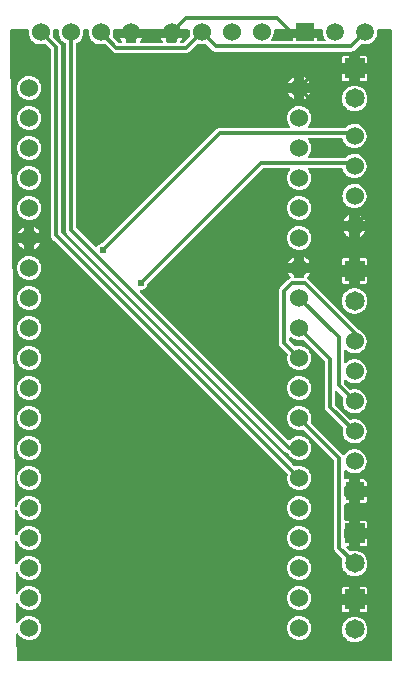
<source format=gbl>
G04 Layer: BottomLayer*
G04 EasyEDA v6.5.22, 2023-01-05 13:27:54*
G04 3fff428916324e5da58f8526390e409d,db865e68f4bc4fd99aa1dd1697a786d6,10*
G04 Gerber Generator version 0.2*
G04 Scale: 100 percent, Rotated: No, Reflected: No *
G04 Dimensions in millimeters *
G04 leading zeros omitted , absolute positions ,4 integer and 5 decimal *
%FSLAX45Y45*%
%MOMM*%

%ADD10C,0.3500*%
%ADD11C,1.5240*%
%ADD12R,1.5000X1.5000*%
%ADD13C,1.5000*%
%ADD14R,1.6510X1.6510*%
%ADD15C,1.6510*%
%ADD16R,1.5240X1.5240*%
%ADD17C,0.6100*%
%ADD18C,0.0144*%

%LPD*%
G36*
X2808782Y6528511D02*
G01*
X2804464Y6529476D01*
X2800959Y6532219D01*
X2798978Y6536181D01*
X2798826Y6540652D01*
X2800604Y6544716D01*
X2803855Y6549085D01*
X2810408Y6561023D01*
X2815285Y6573774D01*
X2818485Y6587032D01*
X2819806Y6600596D01*
X2819349Y6614210D01*
X2818790Y6617563D01*
X2819044Y6621932D01*
X2821076Y6625793D01*
X2824530Y6628434D01*
X2828848Y6629400D01*
X3230321Y6629400D01*
X3234537Y6628485D01*
X3237992Y6625945D01*
X3240074Y6622186D01*
X3240379Y6617868D01*
X3239465Y6610756D01*
X3239465Y6597243D01*
X3241243Y6583883D01*
X3244799Y6570929D01*
X3250082Y6558483D01*
X3256940Y6546900D01*
X3258464Y6544970D01*
X3260394Y6540906D01*
X3260394Y6536385D01*
X3258413Y6532321D01*
X3254857Y6529527D01*
X3250488Y6528511D01*
X3197148Y6528511D01*
X3193288Y6529273D01*
X3189986Y6531508D01*
X3187801Y6534759D01*
X3186988Y6538671D01*
X3186988Y6560159D01*
X3129940Y6560159D01*
X3129940Y6538671D01*
X3129178Y6534759D01*
X3126994Y6531508D01*
X3123692Y6529273D01*
X3119780Y6528511D01*
X3052419Y6528511D01*
X3048508Y6529273D01*
X3045206Y6531508D01*
X3043021Y6534759D01*
X3042259Y6538671D01*
X3042259Y6560159D01*
X2985211Y6560159D01*
X2985211Y6538671D01*
X2984398Y6534759D01*
X2982214Y6531508D01*
X2978912Y6529273D01*
X2975051Y6528511D01*
G37*

%LPD*%
G36*
X1510842Y6517640D02*
G01*
X1506982Y6518402D01*
X1503680Y6520637D01*
X1459179Y6565138D01*
X1457096Y6568135D01*
X1456232Y6571691D01*
X1456639Y6575298D01*
X1458214Y6580327D01*
X1460449Y6593789D01*
X1460906Y6607403D01*
X1459839Y6618224D01*
X1460296Y6622389D01*
X1462430Y6626047D01*
X1465834Y6628536D01*
X1469948Y6629400D01*
X2098751Y6629400D01*
X2103069Y6628434D01*
X2106523Y6625793D01*
X2108555Y6621932D01*
X2108809Y6617563D01*
X2108250Y6614210D01*
X2107793Y6600596D01*
X2109114Y6587032D01*
X2112111Y6574536D01*
X2112314Y6571132D01*
X2111400Y6567830D01*
X2109419Y6564985D01*
X2065020Y6520637D01*
X2061718Y6518402D01*
X2057857Y6517640D01*
X2037943Y6517640D01*
X2034082Y6518402D01*
X2030780Y6520586D01*
X2028596Y6523837D01*
X2027783Y6527698D01*
X2028494Y6531559D01*
X2030628Y6534861D01*
X2033778Y6538112D01*
X2041855Y6549085D01*
X2047595Y6559550D01*
X2000250Y6559550D01*
X2000250Y6527800D01*
X1999488Y6523888D01*
X1997252Y6520637D01*
X1994001Y6518402D01*
X1990089Y6517640D01*
X1921510Y6517640D01*
X1917598Y6518402D01*
X1914347Y6520637D01*
X1912112Y6523888D01*
X1911350Y6527800D01*
X1911350Y6559550D01*
X1864004Y6559550D01*
X1869744Y6549085D01*
X1877822Y6538112D01*
X1880971Y6534861D01*
X1883105Y6531559D01*
X1883816Y6527698D01*
X1883003Y6523837D01*
X1880819Y6520586D01*
X1877517Y6518402D01*
X1873656Y6517640D01*
X1695145Y6517640D01*
X1691386Y6518351D01*
X1688185Y6520434D01*
X1685950Y6523532D01*
X1685036Y6527241D01*
X1685543Y6531000D01*
X1687423Y6534353D01*
X1695094Y6543446D01*
X1702409Y6554927D01*
X1704543Y6559550D01*
X1657350Y6559550D01*
X1657350Y6527800D01*
X1656588Y6523888D01*
X1654352Y6520637D01*
X1651101Y6518402D01*
X1647189Y6517640D01*
X1578610Y6517640D01*
X1574698Y6518402D01*
X1571447Y6520637D01*
X1569212Y6523888D01*
X1568450Y6527800D01*
X1568450Y6559550D01*
X1521256Y6559550D01*
X1523390Y6554927D01*
X1530705Y6543446D01*
X1538376Y6534353D01*
X1540256Y6531000D01*
X1540764Y6527241D01*
X1539849Y6523532D01*
X1537614Y6520434D01*
X1534414Y6518351D01*
X1530654Y6517640D01*
G37*

%LPD*%
G36*
X653542Y1283208D02*
G01*
X649681Y1283970D01*
X646379Y1286154D01*
X644144Y1289405D01*
X643382Y1293266D01*
X640994Y1507896D01*
X641908Y1512214D01*
X644499Y1515719D01*
X648411Y1517802D01*
X652780Y1518056D01*
X656894Y1516430D01*
X659892Y1513179D01*
X665124Y1504340D01*
X673608Y1493621D01*
X683412Y1484122D01*
X694385Y1476044D01*
X706323Y1469491D01*
X719074Y1464614D01*
X732332Y1461414D01*
X745896Y1460093D01*
X759510Y1460550D01*
X772972Y1462786D01*
X785977Y1466850D01*
X798372Y1472590D01*
X809853Y1479905D01*
X820267Y1488694D01*
X829411Y1498854D01*
X837133Y1510080D01*
X843280Y1522222D01*
X847750Y1535125D01*
X850493Y1548485D01*
X851408Y1562100D01*
X850493Y1575714D01*
X847750Y1589074D01*
X843280Y1601978D01*
X837133Y1614119D01*
X829411Y1625346D01*
X820267Y1635506D01*
X809853Y1644294D01*
X798372Y1651609D01*
X785977Y1657350D01*
X772972Y1661414D01*
X759510Y1663649D01*
X745896Y1664106D01*
X732332Y1662785D01*
X719074Y1659585D01*
X706323Y1654708D01*
X694385Y1648155D01*
X683412Y1640078D01*
X673608Y1630578D01*
X665124Y1619859D01*
X658723Y1608988D01*
X655726Y1605838D01*
X651713Y1604162D01*
X647344Y1604365D01*
X643483Y1606397D01*
X640791Y1609852D01*
X639826Y1614068D01*
X638098Y1767332D01*
X638810Y1771243D01*
X640994Y1774545D01*
X644296Y1776780D01*
X648157Y1777593D01*
X652068Y1776882D01*
X655370Y1774698D01*
X665124Y1758340D01*
X673608Y1747621D01*
X683412Y1738122D01*
X694385Y1730044D01*
X706323Y1723491D01*
X719074Y1718614D01*
X732332Y1715414D01*
X745896Y1714093D01*
X759510Y1714550D01*
X772972Y1716786D01*
X785977Y1720850D01*
X798372Y1726590D01*
X809853Y1733905D01*
X820267Y1742693D01*
X829411Y1752854D01*
X837133Y1764080D01*
X843280Y1776222D01*
X847750Y1789125D01*
X850493Y1802485D01*
X851408Y1816100D01*
X850493Y1829714D01*
X847750Y1843074D01*
X843280Y1855978D01*
X837133Y1868119D01*
X829411Y1879346D01*
X820267Y1889506D01*
X809853Y1898294D01*
X798372Y1905609D01*
X785977Y1911350D01*
X772972Y1915414D01*
X759510Y1917649D01*
X745896Y1918106D01*
X732332Y1916785D01*
X719074Y1913585D01*
X706323Y1908708D01*
X694385Y1902155D01*
X683412Y1894078D01*
X673608Y1884578D01*
X665124Y1873859D01*
X658164Y1862124D01*
X656590Y1858314D01*
X654354Y1855063D01*
X651052Y1852879D01*
X647192Y1852117D01*
X643331Y1852879D01*
X640080Y1855063D01*
X637844Y1858314D01*
X637032Y1862175D01*
X635203Y2028139D01*
X635965Y2032050D01*
X638098Y2035352D01*
X641400Y2037588D01*
X645261Y2038400D01*
X649173Y2037689D01*
X652475Y2035505D01*
X654710Y2032203D01*
X658164Y2024075D01*
X665124Y2012340D01*
X673608Y2001621D01*
X683412Y1992122D01*
X694385Y1984044D01*
X706323Y1977491D01*
X719074Y1972614D01*
X732332Y1969414D01*
X745896Y1968093D01*
X759510Y1968550D01*
X772972Y1970786D01*
X785977Y1974850D01*
X798372Y1980590D01*
X809853Y1987905D01*
X820267Y1996693D01*
X829411Y2006854D01*
X837133Y2018080D01*
X843280Y2030222D01*
X847750Y2043125D01*
X850493Y2056485D01*
X851408Y2070100D01*
X850493Y2083714D01*
X847750Y2097074D01*
X843280Y2109978D01*
X837133Y2122119D01*
X829411Y2133346D01*
X820267Y2143506D01*
X809853Y2152294D01*
X798372Y2159609D01*
X785977Y2165350D01*
X772972Y2169414D01*
X759510Y2171649D01*
X745896Y2172106D01*
X732332Y2170785D01*
X719074Y2167585D01*
X706323Y2162708D01*
X694385Y2156155D01*
X683412Y2148078D01*
X673608Y2138578D01*
X665124Y2127859D01*
X658164Y2116124D01*
X653796Y2105863D01*
X651611Y2102612D01*
X648309Y2100427D01*
X644448Y2099665D01*
X640588Y2100427D01*
X637336Y2102612D01*
X635101Y2105863D01*
X634288Y2109673D01*
X632307Y2290013D01*
X633120Y2294077D01*
X635508Y2297480D01*
X639013Y2299665D01*
X643128Y2300224D01*
X647141Y2299106D01*
X650392Y2296515D01*
X652272Y2292807D01*
X652881Y2290622D01*
X658164Y2278075D01*
X665124Y2266340D01*
X673608Y2255621D01*
X683412Y2246122D01*
X694385Y2238044D01*
X706323Y2231491D01*
X719074Y2226614D01*
X732332Y2223414D01*
X745896Y2222093D01*
X759510Y2222550D01*
X772972Y2224786D01*
X785977Y2228850D01*
X798372Y2234590D01*
X809853Y2241905D01*
X820267Y2250694D01*
X829411Y2260854D01*
X837133Y2272080D01*
X843280Y2284222D01*
X847750Y2297125D01*
X850493Y2310485D01*
X851408Y2324100D01*
X850493Y2337714D01*
X847750Y2351074D01*
X843280Y2363978D01*
X837133Y2376119D01*
X829411Y2387346D01*
X820267Y2397506D01*
X809853Y2406294D01*
X798372Y2413609D01*
X785977Y2419350D01*
X772972Y2423414D01*
X759510Y2425649D01*
X745896Y2426106D01*
X732332Y2424785D01*
X719074Y2421585D01*
X706323Y2416708D01*
X694385Y2410155D01*
X683412Y2402078D01*
X673608Y2392578D01*
X665124Y2381859D01*
X658164Y2370124D01*
X652881Y2357577D01*
X651560Y2352751D01*
X649681Y2349093D01*
X646480Y2346452D01*
X642518Y2345334D01*
X638403Y2345842D01*
X634898Y2347976D01*
X632460Y2351328D01*
X631596Y2355342D01*
X629361Y2554681D01*
X630174Y2558796D01*
X632561Y2562199D01*
X636117Y2564384D01*
X640232Y2564942D01*
X644194Y2563825D01*
X647446Y2561183D01*
X649325Y2557526D01*
X652881Y2544622D01*
X658164Y2532075D01*
X665124Y2520340D01*
X673608Y2509621D01*
X683412Y2500122D01*
X694385Y2492044D01*
X706323Y2485491D01*
X719074Y2480614D01*
X732332Y2477414D01*
X745896Y2476093D01*
X759510Y2476550D01*
X772972Y2478786D01*
X785977Y2482850D01*
X798372Y2488590D01*
X809853Y2495905D01*
X820267Y2504694D01*
X829411Y2514854D01*
X837133Y2526080D01*
X843280Y2538222D01*
X847750Y2551125D01*
X850493Y2564485D01*
X851408Y2578100D01*
X850493Y2591714D01*
X847750Y2605074D01*
X843280Y2617978D01*
X837133Y2630119D01*
X829411Y2641346D01*
X820267Y2651506D01*
X809853Y2660294D01*
X798372Y2667609D01*
X785977Y2673350D01*
X772972Y2677414D01*
X759510Y2679649D01*
X745896Y2680106D01*
X732332Y2678785D01*
X719074Y2675585D01*
X706323Y2670708D01*
X694385Y2664155D01*
X683412Y2656078D01*
X673608Y2646578D01*
X665124Y2635859D01*
X658164Y2624124D01*
X652881Y2611577D01*
X649274Y2598420D01*
X647649Y2593289D01*
X644601Y2590241D01*
X640588Y2588666D01*
X636270Y2588920D01*
X632460Y2590952D01*
X629869Y2594406D01*
X628904Y2598623D01*
X584301Y6619138D01*
X585063Y6623050D01*
X587248Y6626402D01*
X590550Y6628638D01*
X594461Y6629400D01*
X739851Y6629400D01*
X743966Y6628536D01*
X747369Y6626047D01*
X749503Y6622389D01*
X749960Y6618224D01*
X748893Y6607403D01*
X749350Y6593789D01*
X751586Y6580327D01*
X755650Y6567322D01*
X761390Y6554927D01*
X768705Y6543446D01*
X777494Y6533032D01*
X787654Y6523888D01*
X798880Y6516166D01*
X811022Y6510020D01*
X823925Y6505549D01*
X837285Y6502806D01*
X850900Y6501892D01*
X864514Y6502806D01*
X883056Y6506616D01*
X886764Y6505752D01*
X889863Y6503619D01*
X931316Y6462217D01*
X933500Y6458915D01*
X934313Y6455003D01*
X934313Y4888026D01*
X935482Y4879797D01*
X938021Y4872177D01*
X941933Y4865217D01*
X947318Y4858664D01*
X2935020Y2870962D01*
X2937052Y2868066D01*
X2937967Y2864662D01*
X2937662Y2861106D01*
X2935274Y2852420D01*
X2933446Y2838907D01*
X2933446Y2825292D01*
X2935274Y2811780D01*
X2938881Y2798622D01*
X2944164Y2786075D01*
X2951124Y2774340D01*
X2959608Y2763621D01*
X2969412Y2754122D01*
X2980385Y2746044D01*
X2992323Y2739491D01*
X3005074Y2734614D01*
X3018332Y2731414D01*
X3031896Y2730093D01*
X3045510Y2730550D01*
X3058972Y2732786D01*
X3071977Y2736850D01*
X3084372Y2742590D01*
X3095853Y2749905D01*
X3106267Y2758694D01*
X3115411Y2768854D01*
X3123133Y2780080D01*
X3129280Y2792222D01*
X3133750Y2805125D01*
X3136493Y2818485D01*
X3137408Y2832100D01*
X3136493Y2845714D01*
X3133750Y2859074D01*
X3129280Y2871978D01*
X3123133Y2884119D01*
X3115411Y2895346D01*
X3106267Y2905506D01*
X3095853Y2914294D01*
X3084372Y2921609D01*
X3071977Y2927350D01*
X3058972Y2931414D01*
X3045510Y2933649D01*
X3031896Y2934106D01*
X3018332Y2932785D01*
X3005836Y2929788D01*
X3002432Y2929585D01*
X2999130Y2930499D01*
X2996285Y2932480D01*
X1024077Y4904689D01*
X1021892Y4907991D01*
X1021130Y4911902D01*
X1021080Y6478879D01*
X1019911Y6487109D01*
X1017371Y6494729D01*
X1013460Y6501688D01*
X1008075Y6508242D01*
X951179Y6565138D01*
X949096Y6568135D01*
X948232Y6571691D01*
X948639Y6575298D01*
X950214Y6580327D01*
X952449Y6593789D01*
X952906Y6607403D01*
X951839Y6618224D01*
X952296Y6622389D01*
X954430Y6626047D01*
X957834Y6628536D01*
X961948Y6629400D01*
X993851Y6629400D01*
X997966Y6628536D01*
X1001369Y6626047D01*
X1003503Y6622389D01*
X1003960Y6618224D01*
X1002893Y6607403D01*
X1003350Y6593789D01*
X1005586Y6580327D01*
X1009650Y6567322D01*
X1015390Y6554927D01*
X1022705Y6543446D01*
X1031494Y6533032D01*
X1041653Y6523888D01*
X1052880Y6516166D01*
X1055928Y6514642D01*
X1058875Y6512356D01*
X1060805Y6509207D01*
X1061516Y6505549D01*
X1061516Y4928209D01*
X1062685Y4919929D01*
X1065225Y4912360D01*
X1069136Y4905349D01*
X1074521Y4898847D01*
X2919171Y3054248D01*
X2925826Y3049219D01*
X2933090Y3045612D01*
X2938881Y3043834D01*
X2942183Y3042107D01*
X2944622Y3039313D01*
X2951124Y3028340D01*
X2959608Y3017621D01*
X2969412Y3008122D01*
X2980385Y3000044D01*
X2992323Y2993491D01*
X3005074Y2988614D01*
X3018332Y2985414D01*
X3031896Y2984093D01*
X3045510Y2984550D01*
X3058972Y2986786D01*
X3071977Y2990850D01*
X3084372Y2996590D01*
X3095853Y3003905D01*
X3106267Y3012694D01*
X3115411Y3022854D01*
X3123133Y3034080D01*
X3129280Y3046222D01*
X3133750Y3059125D01*
X3136493Y3072485D01*
X3137408Y3086100D01*
X3136493Y3099714D01*
X3133750Y3113074D01*
X3129280Y3125978D01*
X3123133Y3138119D01*
X3115411Y3149346D01*
X3106267Y3159506D01*
X3095853Y3168294D01*
X3084372Y3175609D01*
X3071977Y3181350D01*
X3058972Y3185414D01*
X3045510Y3187649D01*
X3031896Y3188106D01*
X3018332Y3186785D01*
X3005074Y3183585D01*
X2992323Y3178708D01*
X2980385Y3172155D01*
X2969412Y3164078D01*
X2955442Y3150768D01*
X2951327Y3149650D01*
X2947111Y3150260D01*
X2943555Y3152597D01*
X1688693Y4407458D01*
X1686560Y4410608D01*
X1685747Y4414316D01*
X1686356Y4418126D01*
X1688287Y4421378D01*
X1691335Y4423714D01*
X1694992Y4424730D01*
X1704797Y4425594D01*
X1714296Y4428134D01*
X1723186Y4432300D01*
X1731213Y4437938D01*
X1738172Y4444898D01*
X1743811Y4452924D01*
X1747977Y4461814D01*
X1751482Y4475327D01*
X1753514Y4478223D01*
X2727960Y5452719D01*
X2731262Y5454904D01*
X2735173Y5455666D01*
X2950565Y5455666D01*
X2954934Y5454700D01*
X2958490Y5451856D01*
X2960471Y5447842D01*
X2960471Y5443321D01*
X2958541Y5439257D01*
X2951124Y5429859D01*
X2944164Y5418124D01*
X2938881Y5405577D01*
X2935274Y5392420D01*
X2933446Y5378907D01*
X2933446Y5365292D01*
X2935274Y5351780D01*
X2938881Y5338622D01*
X2944164Y5326075D01*
X2951124Y5314340D01*
X2959608Y5303621D01*
X2969412Y5294122D01*
X2980385Y5286044D01*
X2992323Y5279491D01*
X3005074Y5274614D01*
X3018332Y5271414D01*
X3031896Y5270093D01*
X3045510Y5270550D01*
X3058972Y5272786D01*
X3071977Y5276850D01*
X3084372Y5282590D01*
X3095853Y5289905D01*
X3106267Y5298694D01*
X3115411Y5308854D01*
X3123133Y5320080D01*
X3129280Y5332222D01*
X3133750Y5345125D01*
X3136493Y5358485D01*
X3137408Y5372100D01*
X3136493Y5385714D01*
X3133750Y5399074D01*
X3129280Y5411978D01*
X3123133Y5424119D01*
X3115411Y5435346D01*
X3112363Y5438698D01*
X3110382Y5442051D01*
X3109772Y5445861D01*
X3110636Y5449671D01*
X3112871Y5452821D01*
X3116122Y5454954D01*
X3119932Y5455666D01*
X3396640Y5455666D01*
X3400044Y5455107D01*
X3403041Y5453380D01*
X3405327Y5450789D01*
X3411220Y5433822D01*
X3417366Y5421680D01*
X3425088Y5410454D01*
X3434232Y5400294D01*
X3444646Y5391505D01*
X3456127Y5384190D01*
X3468522Y5378450D01*
X3481527Y5374386D01*
X3494989Y5372150D01*
X3508603Y5371693D01*
X3522167Y5373014D01*
X3535426Y5376214D01*
X3548176Y5381091D01*
X3560114Y5387644D01*
X3571087Y5395722D01*
X3580892Y5405221D01*
X3589375Y5415940D01*
X3596335Y5427675D01*
X3601618Y5440222D01*
X3605225Y5453380D01*
X3607054Y5466892D01*
X3607054Y5480507D01*
X3605225Y5494020D01*
X3601618Y5507177D01*
X3596335Y5519724D01*
X3589375Y5531459D01*
X3580892Y5542178D01*
X3571087Y5551678D01*
X3560114Y5559755D01*
X3548176Y5566308D01*
X3535426Y5571185D01*
X3522167Y5574385D01*
X3508603Y5575706D01*
X3494989Y5575249D01*
X3481527Y5573014D01*
X3468522Y5568950D01*
X3456127Y5563209D01*
X3444646Y5555894D01*
X3434232Y5547106D01*
X3433114Y5545836D01*
X3429711Y5543397D01*
X3425596Y5542483D01*
X3119932Y5542483D01*
X3116122Y5543245D01*
X3112871Y5545378D01*
X3110636Y5548528D01*
X3109772Y5552338D01*
X3110382Y5556148D01*
X3112363Y5559501D01*
X3115411Y5562854D01*
X3123133Y5574080D01*
X3129280Y5586222D01*
X3133750Y5599125D01*
X3136493Y5612485D01*
X3137408Y5626100D01*
X3136493Y5639714D01*
X3133750Y5653074D01*
X3129280Y5665978D01*
X3123133Y5678119D01*
X3115411Y5689346D01*
X3112363Y5692698D01*
X3110382Y5696051D01*
X3109772Y5699861D01*
X3110636Y5703671D01*
X3112871Y5706821D01*
X3116122Y5708954D01*
X3119932Y5709666D01*
X3396640Y5709666D01*
X3400044Y5709107D01*
X3403041Y5707380D01*
X3405327Y5704789D01*
X3411220Y5687822D01*
X3417366Y5675680D01*
X3425088Y5664454D01*
X3434232Y5654294D01*
X3444646Y5645505D01*
X3456127Y5638190D01*
X3468522Y5632450D01*
X3481527Y5628386D01*
X3494989Y5626150D01*
X3508603Y5625693D01*
X3522167Y5627014D01*
X3535426Y5630214D01*
X3548176Y5635091D01*
X3560114Y5641644D01*
X3571087Y5649722D01*
X3580892Y5659221D01*
X3589375Y5669940D01*
X3596335Y5681675D01*
X3601618Y5694222D01*
X3605225Y5707380D01*
X3607054Y5720892D01*
X3607054Y5734507D01*
X3605225Y5748020D01*
X3601618Y5761177D01*
X3596335Y5773724D01*
X3589375Y5785459D01*
X3580892Y5796178D01*
X3571087Y5805678D01*
X3560114Y5813755D01*
X3548176Y5820308D01*
X3535426Y5825185D01*
X3522167Y5828385D01*
X3508603Y5829706D01*
X3494989Y5829249D01*
X3481527Y5827014D01*
X3468522Y5822950D01*
X3456127Y5817209D01*
X3444646Y5809894D01*
X3434232Y5801106D01*
X3433114Y5799836D01*
X3429711Y5797397D01*
X3425596Y5796483D01*
X3119932Y5796483D01*
X3116122Y5797245D01*
X3112871Y5799378D01*
X3110636Y5802528D01*
X3109772Y5806338D01*
X3110382Y5810148D01*
X3112363Y5813501D01*
X3115411Y5816854D01*
X3123133Y5828080D01*
X3129280Y5840222D01*
X3133750Y5853125D01*
X3136493Y5866485D01*
X3137408Y5880100D01*
X3136493Y5893714D01*
X3133750Y5907074D01*
X3129280Y5919978D01*
X3123133Y5932119D01*
X3115411Y5943346D01*
X3106267Y5953506D01*
X3095853Y5962294D01*
X3084372Y5969609D01*
X3071977Y5975350D01*
X3058972Y5979414D01*
X3045510Y5981649D01*
X3031896Y5982106D01*
X3018332Y5980785D01*
X3005074Y5977585D01*
X2992323Y5972708D01*
X2980385Y5966155D01*
X2969412Y5958078D01*
X2959608Y5948578D01*
X2951124Y5937859D01*
X2944164Y5926124D01*
X2938881Y5913577D01*
X2935274Y5900420D01*
X2933446Y5886907D01*
X2933446Y5873292D01*
X2935274Y5859780D01*
X2938881Y5846622D01*
X2944164Y5834075D01*
X2951124Y5822340D01*
X2958541Y5812942D01*
X2960471Y5808878D01*
X2960471Y5804357D01*
X2958490Y5800344D01*
X2954934Y5797499D01*
X2950565Y5796483D01*
X2361031Y5796483D01*
X2352802Y5795314D01*
X2345182Y5792774D01*
X2338222Y5788863D01*
X2331669Y5783478D01*
X1371041Y4822799D01*
X1368145Y4820767D01*
X1354632Y4817262D01*
X1345742Y4813096D01*
X1337665Y4807508D01*
X1330706Y4800549D01*
X1322120Y4787900D01*
X1318818Y4785817D01*
X1315008Y4785156D01*
X1311249Y4785969D01*
X1307998Y4788154D01*
X1151280Y4944872D01*
X1149096Y4948174D01*
X1148334Y4952034D01*
X1148334Y6505549D01*
X1148994Y6509207D01*
X1150924Y6512356D01*
X1153871Y6514642D01*
X1156919Y6516166D01*
X1168146Y6523888D01*
X1178306Y6533032D01*
X1187094Y6543446D01*
X1194409Y6554927D01*
X1200150Y6567322D01*
X1204214Y6580327D01*
X1206449Y6593789D01*
X1206906Y6607403D01*
X1205839Y6618224D01*
X1206296Y6622389D01*
X1208430Y6626047D01*
X1211834Y6628536D01*
X1215948Y6629400D01*
X1247851Y6629400D01*
X1251966Y6628536D01*
X1255369Y6626047D01*
X1257503Y6622389D01*
X1257960Y6618224D01*
X1256893Y6607403D01*
X1257350Y6593789D01*
X1259586Y6580327D01*
X1263650Y6567322D01*
X1269390Y6554927D01*
X1276705Y6543446D01*
X1285494Y6533032D01*
X1295654Y6523888D01*
X1306880Y6516166D01*
X1319022Y6510020D01*
X1331925Y6505549D01*
X1345285Y6502806D01*
X1358900Y6501892D01*
X1372514Y6502806D01*
X1391056Y6506616D01*
X1394764Y6505752D01*
X1397863Y6503619D01*
X1459179Y6442405D01*
X1465834Y6437376D01*
X1472996Y6433769D01*
X1480718Y6431584D01*
X1489151Y6430822D01*
X2081682Y6430873D01*
X2089962Y6432042D01*
X2097532Y6434582D01*
X2104542Y6438442D01*
X2111044Y6443878D01*
X2170938Y6503720D01*
X2173833Y6505752D01*
X2177237Y6506667D01*
X2180793Y6506362D01*
X2189480Y6503974D01*
X2202992Y6502146D01*
X2216607Y6502146D01*
X2230120Y6503974D01*
X2238806Y6506362D01*
X2242362Y6506667D01*
X2245766Y6505752D01*
X2248662Y6503720D01*
X2299208Y6453276D01*
X2305862Y6448247D01*
X2313025Y6444640D01*
X2320747Y6442456D01*
X2329180Y6441694D01*
X3476853Y6441744D01*
X3485134Y6442913D01*
X3492703Y6445453D01*
X3499713Y6449314D01*
X3506215Y6454749D01*
X3556101Y6504584D01*
X3558895Y6506565D01*
X3562197Y6507530D01*
X3565651Y6507327D01*
X3577336Y6504533D01*
X3590747Y6503162D01*
X3604209Y6503619D01*
X3617468Y6505854D01*
X3630371Y6509867D01*
X3642563Y6515506D01*
X3653942Y6522770D01*
X3664254Y6531457D01*
X3673297Y6541465D01*
X3680917Y6552590D01*
X3686962Y6564630D01*
X3691382Y6577330D01*
X3694074Y6590538D01*
X3694988Y6604000D01*
X3693972Y6618528D01*
X3694531Y6622643D01*
X3696665Y6626148D01*
X3700018Y6628536D01*
X3704082Y6629400D01*
X3812032Y6629400D01*
X3815892Y6628638D01*
X3819194Y6626402D01*
X3821429Y6623151D01*
X3822192Y6619240D01*
X3822192Y1293368D01*
X3821429Y1289456D01*
X3819194Y1286205D01*
X3815892Y1283970D01*
X3812032Y1283208D01*
G37*

%LPC*%
G36*
X3505200Y1440942D02*
G01*
X3519373Y1441907D01*
X3533241Y1444650D01*
X3546703Y1449222D01*
X3559403Y1455470D01*
X3571189Y1463395D01*
X3581857Y1472742D01*
X3591204Y1483410D01*
X3599129Y1495196D01*
X3605377Y1507896D01*
X3609949Y1521358D01*
X3612692Y1535226D01*
X3613658Y1549400D01*
X3612692Y1563573D01*
X3609949Y1577441D01*
X3605377Y1590903D01*
X3599129Y1603603D01*
X3591204Y1615389D01*
X3581857Y1626057D01*
X3571189Y1635404D01*
X3559403Y1643329D01*
X3546703Y1649577D01*
X3533241Y1654149D01*
X3519373Y1656892D01*
X3505200Y1657857D01*
X3491026Y1656892D01*
X3477158Y1654149D01*
X3463696Y1649577D01*
X3450996Y1643329D01*
X3439210Y1635404D01*
X3428542Y1626057D01*
X3419195Y1615389D01*
X3411270Y1603603D01*
X3405022Y1590903D01*
X3400450Y1577441D01*
X3397707Y1563573D01*
X3396742Y1549400D01*
X3397707Y1535226D01*
X3400450Y1521358D01*
X3405022Y1507896D01*
X3411270Y1495196D01*
X3419195Y1483410D01*
X3428542Y1472742D01*
X3439210Y1463395D01*
X3450996Y1455470D01*
X3463696Y1449222D01*
X3477158Y1444650D01*
X3491026Y1441907D01*
G37*
G36*
X3031896Y1460093D02*
G01*
X3045510Y1460550D01*
X3058972Y1462786D01*
X3071977Y1466850D01*
X3084372Y1472590D01*
X3095853Y1479905D01*
X3106267Y1488694D01*
X3115411Y1498854D01*
X3123133Y1510080D01*
X3129280Y1522222D01*
X3133750Y1535125D01*
X3136493Y1548485D01*
X3137408Y1562100D01*
X3136493Y1575714D01*
X3133750Y1589074D01*
X3129280Y1601978D01*
X3123133Y1614119D01*
X3115411Y1625346D01*
X3106267Y1635506D01*
X3095853Y1644294D01*
X3084372Y1651609D01*
X3071977Y1657350D01*
X3058972Y1661414D01*
X3045510Y1663649D01*
X3031896Y1664106D01*
X3018332Y1662785D01*
X3005074Y1659585D01*
X2992323Y1654708D01*
X2980385Y1648155D01*
X2969412Y1640078D01*
X2959608Y1630578D01*
X2951124Y1619859D01*
X2944164Y1608124D01*
X2938881Y1595577D01*
X2935274Y1582420D01*
X2933446Y1568907D01*
X2933446Y1555292D01*
X2935274Y1541780D01*
X2938881Y1528622D01*
X2944164Y1516075D01*
X2951124Y1504340D01*
X2959608Y1493621D01*
X2969412Y1484122D01*
X2980385Y1476044D01*
X2992323Y1469491D01*
X3005074Y1464614D01*
X3018332Y1461414D01*
G37*
G36*
X3552850Y1694942D02*
G01*
X3587191Y1694942D01*
X3593490Y1695653D01*
X3598976Y1697583D01*
X3603853Y1700631D01*
X3607968Y1704746D01*
X3611016Y1709623D01*
X3612946Y1715109D01*
X3613658Y1721408D01*
X3613658Y1755749D01*
X3552850Y1755749D01*
G37*
G36*
X3423208Y1694942D02*
G01*
X3457600Y1694942D01*
X3457600Y1755749D01*
X3396742Y1755749D01*
X3396742Y1721408D01*
X3397453Y1715109D01*
X3399383Y1709623D01*
X3402431Y1704746D01*
X3406546Y1700631D01*
X3411423Y1697583D01*
X3416909Y1695653D01*
G37*
G36*
X3031896Y1714093D02*
G01*
X3045510Y1714550D01*
X3058972Y1716786D01*
X3071977Y1720850D01*
X3084372Y1726590D01*
X3095853Y1733905D01*
X3106267Y1742693D01*
X3115411Y1752854D01*
X3123133Y1764080D01*
X3129280Y1776222D01*
X3133750Y1789125D01*
X3136493Y1802485D01*
X3137408Y1816100D01*
X3136493Y1829714D01*
X3133750Y1843074D01*
X3129280Y1855978D01*
X3123133Y1868119D01*
X3115411Y1879346D01*
X3106267Y1889506D01*
X3095853Y1898294D01*
X3084372Y1905609D01*
X3071977Y1911350D01*
X3058972Y1915414D01*
X3045510Y1917649D01*
X3031896Y1918106D01*
X3018332Y1916785D01*
X3005074Y1913585D01*
X2992323Y1908708D01*
X2980385Y1902155D01*
X2969412Y1894078D01*
X2959608Y1884578D01*
X2951124Y1873859D01*
X2944164Y1862124D01*
X2938881Y1849577D01*
X2935274Y1836420D01*
X2933446Y1822907D01*
X2933446Y1809292D01*
X2935274Y1795780D01*
X2938881Y1782622D01*
X2944164Y1770075D01*
X2951124Y1758340D01*
X2959608Y1747621D01*
X2969412Y1738122D01*
X2980385Y1730044D01*
X2992323Y1723491D01*
X3005074Y1718614D01*
X3018332Y1715414D01*
G37*
G36*
X3396742Y1850999D02*
G01*
X3457600Y1850999D01*
X3457600Y1911857D01*
X3423208Y1911857D01*
X3416909Y1911146D01*
X3411423Y1909216D01*
X3406546Y1906168D01*
X3402431Y1902053D01*
X3399383Y1897176D01*
X3397453Y1891690D01*
X3396742Y1885391D01*
G37*
G36*
X3552850Y1850999D02*
G01*
X3613658Y1850999D01*
X3613658Y1885391D01*
X3612946Y1891690D01*
X3611016Y1897176D01*
X3607968Y1902053D01*
X3603853Y1906168D01*
X3598976Y1909216D01*
X3593490Y1911146D01*
X3587191Y1911857D01*
X3552850Y1911857D01*
G37*
G36*
X3031896Y1968093D02*
G01*
X3045510Y1968550D01*
X3058972Y1970786D01*
X3071977Y1974850D01*
X3084372Y1980590D01*
X3095853Y1987905D01*
X3106267Y1996693D01*
X3115411Y2006854D01*
X3123133Y2018080D01*
X3129280Y2030222D01*
X3133750Y2043125D01*
X3136493Y2056485D01*
X3137408Y2070100D01*
X3136493Y2083714D01*
X3133750Y2097074D01*
X3129280Y2109978D01*
X3123133Y2122119D01*
X3115411Y2133346D01*
X3106267Y2143506D01*
X3095853Y2152294D01*
X3084372Y2159609D01*
X3071977Y2165350D01*
X3058972Y2169414D01*
X3045510Y2171649D01*
X3031896Y2172106D01*
X3018332Y2170785D01*
X3005074Y2167585D01*
X2992323Y2162708D01*
X2980385Y2156155D01*
X2969412Y2148078D01*
X2959608Y2138578D01*
X2951124Y2127859D01*
X2944164Y2116124D01*
X2938881Y2103577D01*
X2935274Y2090420D01*
X2933446Y2076907D01*
X2933446Y2063292D01*
X2935274Y2049780D01*
X2938881Y2036622D01*
X2944164Y2024075D01*
X2951124Y2012340D01*
X2959608Y2001621D01*
X2969412Y1992122D01*
X2980385Y1984044D01*
X2992323Y1977491D01*
X3005074Y1972614D01*
X3018332Y1969414D01*
G37*
G36*
X3505200Y1999742D02*
G01*
X3519373Y2000707D01*
X3533241Y2003450D01*
X3546703Y2008022D01*
X3559403Y2014270D01*
X3571189Y2022195D01*
X3581857Y2031542D01*
X3591204Y2042210D01*
X3599129Y2053996D01*
X3605377Y2066696D01*
X3609949Y2080158D01*
X3612692Y2094026D01*
X3613658Y2108200D01*
X3612692Y2122373D01*
X3609949Y2136241D01*
X3605377Y2149703D01*
X3599129Y2162403D01*
X3591204Y2174189D01*
X3581857Y2184857D01*
X3571189Y2194204D01*
X3559403Y2202129D01*
X3546703Y2208377D01*
X3533241Y2212949D01*
X3519373Y2215692D01*
X3505200Y2216658D01*
X3491026Y2215692D01*
X3477158Y2212949D01*
X3471722Y2211120D01*
X3468014Y2210562D01*
X3464356Y2211425D01*
X3461258Y2213559D01*
X3438398Y2236419D01*
X3436213Y2239670D01*
X3435400Y2243582D01*
X3436213Y2247493D01*
X3438398Y2250744D01*
X3441700Y2252980D01*
X3445560Y2253742D01*
X3457600Y2253742D01*
X3457600Y2314549D01*
X3430015Y2314549D01*
X3426104Y2315362D01*
X3422853Y2317546D01*
X3420618Y2320848D01*
X3419856Y2324709D01*
X3419856Y2399639D01*
X3420618Y2403551D01*
X3422853Y2406853D01*
X3426104Y2409037D01*
X3430015Y2409799D01*
X3457600Y2409799D01*
X3457600Y2470658D01*
X3430015Y2470658D01*
X3426104Y2471420D01*
X3422853Y2473655D01*
X3420618Y2476906D01*
X3419856Y2480818D01*
X3419856Y2605532D01*
X3420618Y2609443D01*
X3422853Y2612694D01*
X3426104Y2614930D01*
X3430015Y2615692D01*
X3460750Y2615692D01*
X3460750Y2673350D01*
X3430015Y2673350D01*
X3426104Y2674112D01*
X3422853Y2676347D01*
X3420618Y2679598D01*
X3419856Y2683510D01*
X3419856Y2752090D01*
X3420618Y2756001D01*
X3422853Y2759252D01*
X3426104Y2761488D01*
X3430015Y2762250D01*
X3460750Y2762250D01*
X3460750Y2819908D01*
X3430015Y2819908D01*
X3426104Y2820670D01*
X3422853Y2822905D01*
X3420618Y2826156D01*
X3419856Y2830068D01*
X3419856Y2888437D01*
X3420872Y2892856D01*
X3423665Y2896362D01*
X3427729Y2898343D01*
X3432251Y2898343D01*
X3436315Y2896412D01*
X3447440Y2887624D01*
X3459175Y2880664D01*
X3471722Y2875381D01*
X3484879Y2871774D01*
X3498392Y2869946D01*
X3512007Y2869946D01*
X3525520Y2871774D01*
X3538677Y2875381D01*
X3551224Y2880664D01*
X3562959Y2887624D01*
X3573678Y2896108D01*
X3583178Y2905912D01*
X3591255Y2916885D01*
X3597808Y2928823D01*
X3602685Y2941574D01*
X3605885Y2954832D01*
X3607206Y2968396D01*
X3606749Y2982010D01*
X3604514Y2995472D01*
X3600450Y3008477D01*
X3594709Y3020872D01*
X3587394Y3032353D01*
X3578606Y3042767D01*
X3568446Y3051911D01*
X3557219Y3059633D01*
X3545078Y3065780D01*
X3532174Y3070250D01*
X3518814Y3072993D01*
X3505200Y3073908D01*
X3491585Y3072993D01*
X3478225Y3070250D01*
X3465322Y3065780D01*
X3453180Y3059633D01*
X3441954Y3051911D01*
X3431794Y3042767D01*
X3423005Y3032353D01*
X3419398Y3028492D01*
X3415131Y3027019D01*
X3410661Y3027578D01*
X3406851Y3029966D01*
X3135680Y3301136D01*
X3133547Y3304235D01*
X3132683Y3307943D01*
X3136493Y3326485D01*
X3137408Y3340100D01*
X3136493Y3353714D01*
X3133750Y3367074D01*
X3129280Y3379978D01*
X3123133Y3392119D01*
X3115411Y3403346D01*
X3106267Y3413506D01*
X3095853Y3422294D01*
X3084372Y3429609D01*
X3071977Y3435350D01*
X3058972Y3439414D01*
X3045510Y3441649D01*
X3031896Y3442106D01*
X3018332Y3440785D01*
X3005074Y3437585D01*
X2992323Y3432708D01*
X2980385Y3426155D01*
X2969412Y3418078D01*
X2959608Y3408578D01*
X2951124Y3397859D01*
X2944164Y3386124D01*
X2938881Y3373577D01*
X2935274Y3360420D01*
X2933446Y3346907D01*
X2933446Y3333292D01*
X2935274Y3319779D01*
X2938881Y3306622D01*
X2944164Y3294075D01*
X2951124Y3282340D01*
X2959608Y3271621D01*
X2969412Y3262122D01*
X2980385Y3254044D01*
X2992323Y3247491D01*
X3005074Y3242614D01*
X3018332Y3239414D01*
X3031896Y3238093D01*
X3045510Y3238550D01*
X3058972Y3240786D01*
X3064002Y3242360D01*
X3067608Y3242767D01*
X3071164Y3241903D01*
X3074162Y3239820D01*
X3330041Y2983941D01*
X3332276Y2980639D01*
X3333038Y2976778D01*
X3333089Y2235301D01*
X3334258Y2227021D01*
X3336798Y2219452D01*
X3340658Y2212441D01*
X3346094Y2205939D01*
X3399840Y2152142D01*
X3401974Y2149043D01*
X3402837Y2145385D01*
X3402279Y2141677D01*
X3400450Y2136241D01*
X3397707Y2122373D01*
X3396742Y2108200D01*
X3397707Y2094026D01*
X3400450Y2080158D01*
X3405022Y2066696D01*
X3411270Y2053996D01*
X3419195Y2042210D01*
X3428542Y2031542D01*
X3439210Y2022195D01*
X3450996Y2014270D01*
X3463696Y2008022D01*
X3477158Y2003450D01*
X3491026Y2000707D01*
G37*
G36*
X3031896Y2222093D02*
G01*
X3045510Y2222550D01*
X3058972Y2224786D01*
X3071977Y2228850D01*
X3084372Y2234590D01*
X3095853Y2241905D01*
X3106267Y2250694D01*
X3115411Y2260854D01*
X3123133Y2272080D01*
X3129280Y2284222D01*
X3133750Y2297125D01*
X3136493Y2310485D01*
X3137408Y2324100D01*
X3136493Y2337714D01*
X3133750Y2351074D01*
X3129280Y2363978D01*
X3123133Y2376119D01*
X3115411Y2387346D01*
X3106267Y2397506D01*
X3095853Y2406294D01*
X3084372Y2413609D01*
X3071977Y2419350D01*
X3058972Y2423414D01*
X3045510Y2425649D01*
X3031896Y2426106D01*
X3018332Y2424785D01*
X3005074Y2421585D01*
X2992323Y2416708D01*
X2980385Y2410155D01*
X2969412Y2402078D01*
X2959608Y2392578D01*
X2951124Y2381859D01*
X2944164Y2370124D01*
X2938881Y2357577D01*
X2935274Y2344420D01*
X2933446Y2330907D01*
X2933446Y2317292D01*
X2935274Y2303780D01*
X2938881Y2290622D01*
X2944164Y2278075D01*
X2951124Y2266340D01*
X2959608Y2255621D01*
X2969412Y2246122D01*
X2980385Y2238044D01*
X2992323Y2231491D01*
X3005074Y2226614D01*
X3018332Y2223414D01*
G37*
G36*
X3552850Y2253742D02*
G01*
X3587191Y2253742D01*
X3593490Y2254453D01*
X3598976Y2256383D01*
X3603853Y2259431D01*
X3607968Y2263546D01*
X3611016Y2268423D01*
X3612946Y2273909D01*
X3613658Y2280208D01*
X3613658Y2314549D01*
X3552850Y2314549D01*
G37*
G36*
X3552850Y2409799D02*
G01*
X3613658Y2409799D01*
X3613658Y2444191D01*
X3612946Y2450490D01*
X3611016Y2455976D01*
X3607968Y2460853D01*
X3603853Y2464968D01*
X3598976Y2468016D01*
X3593490Y2469946D01*
X3587191Y2470658D01*
X3552850Y2470658D01*
G37*
G36*
X3031896Y2476093D02*
G01*
X3045510Y2476550D01*
X3058972Y2478786D01*
X3071977Y2482850D01*
X3084372Y2488590D01*
X3095853Y2495905D01*
X3106267Y2504694D01*
X3115411Y2514854D01*
X3123133Y2526080D01*
X3129280Y2538222D01*
X3133750Y2551125D01*
X3136493Y2564485D01*
X3137408Y2578100D01*
X3136493Y2591714D01*
X3133750Y2605074D01*
X3129280Y2617978D01*
X3123133Y2630119D01*
X3115411Y2641346D01*
X3106267Y2651506D01*
X3095853Y2660294D01*
X3084372Y2667609D01*
X3071977Y2673350D01*
X3058972Y2677414D01*
X3045510Y2679649D01*
X3031896Y2680106D01*
X3018332Y2678785D01*
X3005074Y2675585D01*
X2992323Y2670708D01*
X2980385Y2664155D01*
X2969412Y2656078D01*
X2959608Y2646578D01*
X2951124Y2635859D01*
X2944164Y2624124D01*
X2938881Y2611577D01*
X2935274Y2598420D01*
X2933446Y2584907D01*
X2933446Y2571292D01*
X2935274Y2557780D01*
X2938881Y2544622D01*
X2944164Y2532075D01*
X2951124Y2520340D01*
X2959608Y2509621D01*
X2969412Y2500122D01*
X2980385Y2492044D01*
X2992323Y2485491D01*
X3005074Y2480614D01*
X3018332Y2477414D01*
G37*
G36*
X3549650Y2615692D02*
G01*
X3580841Y2615692D01*
X3587140Y2616403D01*
X3592626Y2618333D01*
X3597503Y2621381D01*
X3601618Y2625496D01*
X3604666Y2630373D01*
X3606596Y2635859D01*
X3607308Y2642158D01*
X3607308Y2673350D01*
X3549650Y2673350D01*
G37*
G36*
X745896Y2730093D02*
G01*
X759510Y2730550D01*
X772972Y2732786D01*
X785977Y2736850D01*
X798372Y2742590D01*
X809853Y2749905D01*
X820267Y2758694D01*
X829411Y2768854D01*
X837133Y2780080D01*
X843280Y2792222D01*
X847750Y2805125D01*
X850493Y2818485D01*
X851408Y2832100D01*
X850493Y2845714D01*
X847750Y2859074D01*
X843280Y2871978D01*
X837133Y2884119D01*
X829411Y2895346D01*
X820267Y2905506D01*
X809853Y2914294D01*
X798372Y2921609D01*
X785977Y2927350D01*
X772972Y2931414D01*
X759510Y2933649D01*
X745896Y2934106D01*
X732332Y2932785D01*
X719074Y2929585D01*
X706323Y2924708D01*
X694385Y2918155D01*
X683412Y2910078D01*
X673608Y2900578D01*
X665124Y2889859D01*
X658164Y2878124D01*
X652881Y2865577D01*
X649274Y2852420D01*
X647446Y2838907D01*
X647446Y2825292D01*
X649274Y2811780D01*
X652881Y2798622D01*
X658164Y2786075D01*
X665124Y2774340D01*
X673608Y2763621D01*
X683412Y2754122D01*
X694385Y2746044D01*
X706323Y2739491D01*
X719074Y2734614D01*
X732332Y2731414D01*
G37*
G36*
X3549650Y2762250D02*
G01*
X3607308Y2762250D01*
X3607308Y2793441D01*
X3606596Y2799740D01*
X3604666Y2805226D01*
X3601618Y2810103D01*
X3597503Y2814218D01*
X3592626Y2817266D01*
X3587140Y2819196D01*
X3580841Y2819908D01*
X3549650Y2819908D01*
G37*
G36*
X745896Y2984093D02*
G01*
X759510Y2984550D01*
X772972Y2986786D01*
X785977Y2990850D01*
X798372Y2996590D01*
X809853Y3003905D01*
X820267Y3012694D01*
X829411Y3022854D01*
X837133Y3034080D01*
X843280Y3046222D01*
X847750Y3059125D01*
X850493Y3072485D01*
X851408Y3086100D01*
X850493Y3099714D01*
X847750Y3113074D01*
X843280Y3125978D01*
X837133Y3138119D01*
X829411Y3149346D01*
X820267Y3159506D01*
X809853Y3168294D01*
X798372Y3175609D01*
X785977Y3181350D01*
X772972Y3185414D01*
X759510Y3187649D01*
X745896Y3188106D01*
X732332Y3186785D01*
X719074Y3183585D01*
X706323Y3178708D01*
X694385Y3172155D01*
X683412Y3164078D01*
X673608Y3154578D01*
X665124Y3143859D01*
X658164Y3132124D01*
X652881Y3119577D01*
X649274Y3106420D01*
X647446Y3092907D01*
X647446Y3079292D01*
X649274Y3065780D01*
X652881Y3052622D01*
X658164Y3040075D01*
X665124Y3028340D01*
X673608Y3017621D01*
X683412Y3008122D01*
X694385Y3000044D01*
X706323Y2993491D01*
X719074Y2988614D01*
X732332Y2985414D01*
G37*
G36*
X3498392Y3123946D02*
G01*
X3512007Y3123946D01*
X3525520Y3125774D01*
X3538677Y3129381D01*
X3551224Y3134664D01*
X3562959Y3141624D01*
X3573678Y3150108D01*
X3583178Y3159912D01*
X3591255Y3170885D01*
X3597808Y3182823D01*
X3602685Y3195574D01*
X3605885Y3208832D01*
X3607206Y3222396D01*
X3606749Y3236010D01*
X3604514Y3249472D01*
X3600450Y3262477D01*
X3594709Y3274872D01*
X3587394Y3286353D01*
X3578606Y3296767D01*
X3568446Y3305911D01*
X3557219Y3313633D01*
X3545078Y3319779D01*
X3532174Y3324250D01*
X3518814Y3326993D01*
X3505200Y3327908D01*
X3491585Y3326993D01*
X3473043Y3323183D01*
X3469335Y3324047D01*
X3466236Y3326180D01*
X3340912Y3451504D01*
X3338677Y3454806D01*
X3337915Y3458667D01*
X3337915Y3561181D01*
X3338677Y3565042D01*
X3340912Y3568344D01*
X3344164Y3570528D01*
X3348075Y3571341D01*
X3351987Y3570528D01*
X3355238Y3568344D01*
X3404920Y3518662D01*
X3407003Y3515664D01*
X3407867Y3512108D01*
X3407460Y3508501D01*
X3405886Y3503472D01*
X3403650Y3490010D01*
X3403193Y3476396D01*
X3404514Y3462832D01*
X3407714Y3449574D01*
X3412591Y3436823D01*
X3419144Y3424885D01*
X3427222Y3413912D01*
X3436721Y3404108D01*
X3447440Y3395624D01*
X3459175Y3388664D01*
X3471722Y3383381D01*
X3484879Y3379774D01*
X3498392Y3377946D01*
X3512007Y3377946D01*
X3525520Y3379774D01*
X3538677Y3383381D01*
X3551224Y3388664D01*
X3562959Y3395624D01*
X3573678Y3404108D01*
X3583178Y3413912D01*
X3591255Y3424885D01*
X3597808Y3436823D01*
X3602685Y3449574D01*
X3605885Y3462832D01*
X3607206Y3476396D01*
X3606749Y3490010D01*
X3604514Y3503472D01*
X3600450Y3516477D01*
X3594709Y3528872D01*
X3587394Y3540353D01*
X3578606Y3550767D01*
X3568446Y3559911D01*
X3557219Y3567633D01*
X3545078Y3573779D01*
X3532174Y3578250D01*
X3518814Y3580993D01*
X3505200Y3581908D01*
X3491585Y3580993D01*
X3473043Y3577183D01*
X3469335Y3578047D01*
X3466236Y3580180D01*
X3416503Y3629914D01*
X3414268Y3633215D01*
X3413506Y3637076D01*
X3413506Y3656990D01*
X3414268Y3660901D01*
X3416503Y3664204D01*
X3419856Y3666388D01*
X3423767Y3667150D01*
X3427679Y3666286D01*
X3430981Y3664051D01*
X3436721Y3658108D01*
X3447440Y3649624D01*
X3459175Y3642664D01*
X3471722Y3637381D01*
X3484879Y3633774D01*
X3498392Y3631946D01*
X3512007Y3631946D01*
X3525520Y3633774D01*
X3538677Y3637381D01*
X3551224Y3642664D01*
X3562959Y3649624D01*
X3573678Y3658108D01*
X3583178Y3667912D01*
X3591255Y3678885D01*
X3597808Y3690823D01*
X3602685Y3703574D01*
X3605885Y3716832D01*
X3607206Y3730396D01*
X3606749Y3744010D01*
X3604514Y3757472D01*
X3600450Y3770477D01*
X3594709Y3782872D01*
X3587394Y3794353D01*
X3578606Y3804767D01*
X3568446Y3813911D01*
X3557219Y3821633D01*
X3545078Y3827779D01*
X3532174Y3832250D01*
X3518814Y3834993D01*
X3505200Y3835908D01*
X3491585Y3834993D01*
X3478225Y3832250D01*
X3465322Y3827779D01*
X3453180Y3821633D01*
X3441954Y3813911D01*
X3431438Y3804310D01*
X3428187Y3801770D01*
X3424224Y3800703D01*
X3420160Y3801313D01*
X3416706Y3803497D01*
X3414318Y3806850D01*
X3413506Y3810863D01*
X3413506Y3910990D01*
X3414268Y3914901D01*
X3416503Y3918204D01*
X3419856Y3920388D01*
X3423767Y3921150D01*
X3427679Y3920286D01*
X3430981Y3918051D01*
X3436721Y3912108D01*
X3447440Y3903624D01*
X3459175Y3896664D01*
X3471722Y3891381D01*
X3484879Y3887774D01*
X3498392Y3885946D01*
X3512007Y3885946D01*
X3525520Y3887774D01*
X3538677Y3891381D01*
X3551224Y3896664D01*
X3562959Y3903624D01*
X3573678Y3912108D01*
X3583178Y3921912D01*
X3591255Y3932885D01*
X3597808Y3944823D01*
X3602685Y3957574D01*
X3605885Y3970832D01*
X3607206Y3984396D01*
X3606749Y3998010D01*
X3604514Y4011472D01*
X3600450Y4024477D01*
X3594709Y4036872D01*
X3587394Y4048353D01*
X3578606Y4058767D01*
X3568446Y4067911D01*
X3557219Y4075633D01*
X3541776Y4083304D01*
X3539744Y4085183D01*
X3535578Y4090212D01*
X3112363Y4513376D01*
X3104692Y4519066D01*
X3102203Y4521758D01*
X3100832Y4525111D01*
X3100730Y4528718D01*
X3101898Y4532172D01*
X3104235Y4534966D01*
X3106267Y4536694D01*
X3115411Y4546854D01*
X3123133Y4558080D01*
X3126943Y4565650D01*
X3079750Y4565650D01*
X3079750Y4535119D01*
X3078988Y4531207D01*
X3076752Y4527956D01*
X3073501Y4525721D01*
X3069590Y4524959D01*
X3001010Y4524959D01*
X2997098Y4525721D01*
X2993847Y4527956D01*
X2991612Y4531207D01*
X2990850Y4535119D01*
X2990850Y4565650D01*
X2943504Y4565650D01*
X2944164Y4564075D01*
X2951124Y4552340D01*
X2959608Y4541621D01*
X2962656Y4538675D01*
X2964992Y4535271D01*
X2965754Y4531207D01*
X2964840Y4527143D01*
X2962402Y4523841D01*
X2958795Y4521708D01*
X2957271Y4521200D01*
X2950311Y4517339D01*
X2943758Y4511903D01*
X2877312Y4445406D01*
X2872282Y4438700D01*
X2868726Y4431538D01*
X2866491Y4423867D01*
X2865729Y4415434D01*
X2865780Y3972610D01*
X2866948Y3964330D01*
X2869488Y3956761D01*
X2873349Y3949750D01*
X2878785Y3943248D01*
X2935020Y3886962D01*
X2937052Y3884066D01*
X2937967Y3880662D01*
X2937662Y3877106D01*
X2935274Y3868420D01*
X2933446Y3854907D01*
X2933446Y3841292D01*
X2935274Y3827779D01*
X2938881Y3814622D01*
X2944164Y3802075D01*
X2951124Y3790340D01*
X2959608Y3779621D01*
X2969412Y3770122D01*
X2980385Y3762044D01*
X2992323Y3755491D01*
X3005074Y3750614D01*
X3018332Y3747414D01*
X3031896Y3746093D01*
X3045510Y3746550D01*
X3058972Y3748786D01*
X3071977Y3752850D01*
X3084372Y3758590D01*
X3095853Y3765905D01*
X3106267Y3774694D01*
X3115411Y3784854D01*
X3123133Y3796080D01*
X3129280Y3808222D01*
X3133750Y3821125D01*
X3136493Y3834485D01*
X3137408Y3848100D01*
X3136493Y3861714D01*
X3133750Y3875074D01*
X3129280Y3887978D01*
X3123133Y3900119D01*
X3115411Y3911346D01*
X3106267Y3921506D01*
X3095853Y3930294D01*
X3084372Y3937609D01*
X3071977Y3943350D01*
X3058972Y3947414D01*
X3045510Y3949649D01*
X3031896Y3950106D01*
X3018332Y3948785D01*
X3005836Y3945788D01*
X3002432Y3945585D01*
X2999130Y3946499D01*
X2996285Y3948480D01*
X2955544Y3989273D01*
X2953308Y3992575D01*
X2952546Y3996436D01*
X2952546Y4016451D01*
X2953512Y4020820D01*
X2956255Y4024325D01*
X2960217Y4026306D01*
X2964688Y4026458D01*
X2968752Y4024629D01*
X2980385Y4016044D01*
X2992323Y4009491D01*
X3005074Y4004614D01*
X3018332Y4001414D01*
X3031896Y4000093D01*
X3045510Y4000550D01*
X3058972Y4002786D01*
X3064002Y4004360D01*
X3067608Y4004767D01*
X3071164Y4003903D01*
X3074162Y4001820D01*
X3248101Y3827881D01*
X3250336Y3824579D01*
X3251098Y3820718D01*
X3251149Y3434842D01*
X3252317Y3426561D01*
X3254857Y3418992D01*
X3258718Y3411982D01*
X3264153Y3405479D01*
X3404920Y3264662D01*
X3407003Y3261664D01*
X3407867Y3258108D01*
X3407460Y3254502D01*
X3405886Y3249472D01*
X3403650Y3236010D01*
X3403193Y3222396D01*
X3404514Y3208832D01*
X3407714Y3195574D01*
X3412591Y3182823D01*
X3419144Y3170885D01*
X3427222Y3159912D01*
X3436721Y3150108D01*
X3447440Y3141624D01*
X3459175Y3134664D01*
X3471722Y3129381D01*
X3484879Y3125774D01*
G37*
G36*
X745896Y3238093D02*
G01*
X759510Y3238550D01*
X772972Y3240786D01*
X785977Y3244850D01*
X798372Y3250590D01*
X809853Y3257905D01*
X820267Y3266694D01*
X829411Y3276854D01*
X837133Y3288080D01*
X843280Y3300222D01*
X847750Y3313125D01*
X850493Y3326485D01*
X851408Y3340100D01*
X850493Y3353714D01*
X847750Y3367074D01*
X843280Y3379978D01*
X837133Y3392119D01*
X829411Y3403346D01*
X820267Y3413506D01*
X809853Y3422294D01*
X798372Y3429609D01*
X785977Y3435350D01*
X772972Y3439414D01*
X759510Y3441649D01*
X745896Y3442106D01*
X732332Y3440785D01*
X719074Y3437585D01*
X706323Y3432708D01*
X694385Y3426155D01*
X683412Y3418078D01*
X673608Y3408578D01*
X665124Y3397859D01*
X658164Y3386124D01*
X652881Y3373577D01*
X649274Y3360420D01*
X647446Y3346907D01*
X647446Y3333292D01*
X649274Y3319779D01*
X652881Y3306622D01*
X658164Y3294075D01*
X665124Y3282340D01*
X673608Y3271621D01*
X683412Y3262122D01*
X694385Y3254044D01*
X706323Y3247491D01*
X719074Y3242614D01*
X732332Y3239414D01*
G37*
G36*
X745896Y3492093D02*
G01*
X759510Y3492550D01*
X772972Y3494786D01*
X785977Y3498850D01*
X798372Y3504590D01*
X809853Y3511905D01*
X820267Y3520694D01*
X829411Y3530854D01*
X837133Y3542080D01*
X843280Y3554222D01*
X847750Y3567125D01*
X850493Y3580485D01*
X851408Y3594100D01*
X850493Y3607714D01*
X847750Y3621074D01*
X843280Y3633978D01*
X837133Y3646119D01*
X829411Y3657346D01*
X820267Y3667506D01*
X809853Y3676294D01*
X798372Y3683609D01*
X785977Y3689350D01*
X772972Y3693414D01*
X759510Y3695649D01*
X745896Y3696106D01*
X732332Y3694785D01*
X719074Y3691585D01*
X706323Y3686708D01*
X694385Y3680155D01*
X683412Y3672078D01*
X673608Y3662578D01*
X665124Y3651859D01*
X658164Y3640124D01*
X652881Y3627577D01*
X649274Y3614420D01*
X647446Y3600907D01*
X647446Y3587292D01*
X649274Y3573779D01*
X652881Y3560622D01*
X658164Y3548075D01*
X665124Y3536340D01*
X673608Y3525621D01*
X683412Y3516122D01*
X694385Y3508044D01*
X706323Y3501491D01*
X719074Y3496614D01*
X732332Y3493414D01*
G37*
G36*
X3031896Y3492093D02*
G01*
X3045510Y3492550D01*
X3058972Y3494786D01*
X3071977Y3498850D01*
X3084372Y3504590D01*
X3095853Y3511905D01*
X3106267Y3520694D01*
X3115411Y3530854D01*
X3123133Y3542080D01*
X3129280Y3554222D01*
X3133750Y3567125D01*
X3136493Y3580485D01*
X3137408Y3594100D01*
X3136493Y3607714D01*
X3133750Y3621074D01*
X3129280Y3633978D01*
X3123133Y3646119D01*
X3115411Y3657346D01*
X3106267Y3667506D01*
X3095853Y3676294D01*
X3084372Y3683609D01*
X3071977Y3689350D01*
X3058972Y3693414D01*
X3045510Y3695649D01*
X3031896Y3696106D01*
X3018332Y3694785D01*
X3005074Y3691585D01*
X2992323Y3686708D01*
X2980385Y3680155D01*
X2969412Y3672078D01*
X2959608Y3662578D01*
X2951124Y3651859D01*
X2944164Y3640124D01*
X2938881Y3627577D01*
X2935274Y3614420D01*
X2933446Y3600907D01*
X2933446Y3587292D01*
X2935274Y3573779D01*
X2938881Y3560622D01*
X2944164Y3548075D01*
X2951124Y3536340D01*
X2959608Y3525621D01*
X2969412Y3516122D01*
X2980385Y3508044D01*
X2992323Y3501491D01*
X3005074Y3496614D01*
X3018332Y3493414D01*
G37*
G36*
X745896Y3746093D02*
G01*
X759510Y3746550D01*
X772972Y3748786D01*
X785977Y3752850D01*
X798372Y3758590D01*
X809853Y3765905D01*
X820267Y3774694D01*
X829411Y3784854D01*
X837133Y3796080D01*
X843280Y3808222D01*
X847750Y3821125D01*
X850493Y3834485D01*
X851408Y3848100D01*
X850493Y3861714D01*
X847750Y3875074D01*
X843280Y3887978D01*
X837133Y3900119D01*
X829411Y3911346D01*
X820267Y3921506D01*
X809853Y3930294D01*
X798372Y3937609D01*
X785977Y3943350D01*
X772972Y3947414D01*
X759510Y3949649D01*
X745896Y3950106D01*
X732332Y3948785D01*
X719074Y3945585D01*
X706323Y3940708D01*
X694385Y3934155D01*
X683412Y3926078D01*
X673608Y3916578D01*
X665124Y3905859D01*
X658164Y3894124D01*
X652881Y3881577D01*
X649274Y3868420D01*
X647446Y3854907D01*
X647446Y3841292D01*
X649274Y3827779D01*
X652881Y3814622D01*
X658164Y3802075D01*
X665124Y3790340D01*
X673608Y3779621D01*
X683412Y3770122D01*
X694385Y3762044D01*
X706323Y3755491D01*
X719074Y3750614D01*
X732332Y3747414D01*
G37*
G36*
X745896Y4000093D02*
G01*
X759510Y4000550D01*
X772972Y4002786D01*
X785977Y4006850D01*
X798372Y4012590D01*
X809853Y4019905D01*
X820267Y4028694D01*
X829411Y4038854D01*
X837133Y4050080D01*
X843280Y4062222D01*
X847750Y4075125D01*
X850493Y4088485D01*
X851408Y4102100D01*
X850493Y4115714D01*
X847750Y4129074D01*
X843280Y4141978D01*
X837133Y4154119D01*
X829411Y4165346D01*
X820267Y4175506D01*
X809853Y4184294D01*
X798372Y4191609D01*
X785977Y4197350D01*
X772972Y4201414D01*
X759510Y4203649D01*
X745896Y4204106D01*
X732332Y4202785D01*
X719074Y4199585D01*
X706323Y4194708D01*
X694385Y4188155D01*
X683412Y4180078D01*
X673608Y4170578D01*
X665124Y4159859D01*
X658164Y4148124D01*
X652881Y4135577D01*
X649274Y4122420D01*
X647446Y4108907D01*
X647446Y4095292D01*
X649274Y4081779D01*
X652881Y4068622D01*
X658164Y4056075D01*
X665124Y4044340D01*
X673608Y4033621D01*
X683412Y4024122D01*
X694385Y4016044D01*
X706323Y4009491D01*
X719074Y4004614D01*
X732332Y4001414D01*
G37*
G36*
X3505200Y4222242D02*
G01*
X3519373Y4223207D01*
X3533241Y4225950D01*
X3546703Y4230522D01*
X3559403Y4236770D01*
X3571189Y4244695D01*
X3581857Y4254042D01*
X3591204Y4264710D01*
X3599129Y4276496D01*
X3605377Y4289196D01*
X3609949Y4302658D01*
X3612692Y4316526D01*
X3613658Y4330700D01*
X3612692Y4344873D01*
X3609949Y4358741D01*
X3605377Y4372203D01*
X3599129Y4384903D01*
X3591204Y4396689D01*
X3581857Y4407357D01*
X3571189Y4416704D01*
X3559403Y4424629D01*
X3546703Y4430877D01*
X3533241Y4435449D01*
X3519373Y4438192D01*
X3505200Y4439158D01*
X3491026Y4438192D01*
X3477158Y4435449D01*
X3463696Y4430877D01*
X3450996Y4424629D01*
X3439210Y4416704D01*
X3428542Y4407357D01*
X3419195Y4396689D01*
X3411270Y4384903D01*
X3405022Y4372203D01*
X3400450Y4358741D01*
X3397707Y4344873D01*
X3396742Y4330700D01*
X3397707Y4316526D01*
X3400450Y4302658D01*
X3405022Y4289196D01*
X3411270Y4276496D01*
X3419195Y4264710D01*
X3428542Y4254042D01*
X3439210Y4244695D01*
X3450996Y4236770D01*
X3463696Y4230522D01*
X3477158Y4225950D01*
X3491026Y4223207D01*
G37*
G36*
X745896Y4254093D02*
G01*
X759510Y4254550D01*
X772972Y4256786D01*
X785977Y4260850D01*
X798372Y4266590D01*
X809853Y4273905D01*
X820267Y4282694D01*
X829411Y4292854D01*
X837133Y4304080D01*
X843280Y4316222D01*
X847750Y4329125D01*
X850493Y4342485D01*
X851408Y4356100D01*
X850493Y4369714D01*
X847750Y4383074D01*
X843280Y4395978D01*
X837133Y4408119D01*
X829411Y4419346D01*
X820267Y4429506D01*
X809853Y4438294D01*
X798372Y4445609D01*
X785977Y4451350D01*
X772972Y4455414D01*
X759510Y4457649D01*
X745896Y4458106D01*
X732332Y4456785D01*
X719074Y4453585D01*
X706323Y4448708D01*
X694385Y4442155D01*
X683412Y4434078D01*
X673608Y4424578D01*
X665124Y4413859D01*
X658164Y4402124D01*
X652881Y4389577D01*
X649274Y4376420D01*
X647446Y4362907D01*
X647446Y4349292D01*
X649274Y4335780D01*
X652881Y4322622D01*
X658164Y4310075D01*
X665124Y4298340D01*
X673608Y4287621D01*
X683412Y4278122D01*
X694385Y4270044D01*
X706323Y4263491D01*
X719074Y4258614D01*
X732332Y4255414D01*
G37*
G36*
X3552850Y4476242D02*
G01*
X3587191Y4476242D01*
X3593490Y4476953D01*
X3598976Y4478883D01*
X3603853Y4481931D01*
X3607968Y4486046D01*
X3611016Y4490923D01*
X3612946Y4496409D01*
X3613658Y4502708D01*
X3613658Y4537049D01*
X3552850Y4537049D01*
G37*
G36*
X3423208Y4476242D02*
G01*
X3457600Y4476242D01*
X3457600Y4537049D01*
X3396742Y4537049D01*
X3396742Y4502708D01*
X3397453Y4496409D01*
X3399383Y4490923D01*
X3402431Y4486046D01*
X3406546Y4481931D01*
X3411423Y4478883D01*
X3416909Y4476953D01*
G37*
G36*
X745896Y4508093D02*
G01*
X759510Y4508550D01*
X772972Y4510786D01*
X785977Y4514850D01*
X798372Y4520590D01*
X809853Y4527905D01*
X820267Y4536694D01*
X829411Y4546854D01*
X837133Y4558080D01*
X843280Y4570222D01*
X847750Y4583125D01*
X850493Y4596485D01*
X851408Y4610100D01*
X850493Y4623714D01*
X847750Y4637074D01*
X843280Y4649978D01*
X837133Y4662119D01*
X829411Y4673346D01*
X820267Y4683506D01*
X809853Y4692294D01*
X798372Y4699609D01*
X785977Y4705350D01*
X772972Y4709414D01*
X759510Y4711649D01*
X745896Y4712106D01*
X732332Y4710785D01*
X719074Y4707585D01*
X706323Y4702708D01*
X694385Y4696155D01*
X683412Y4688078D01*
X673608Y4678578D01*
X665124Y4667859D01*
X658164Y4656124D01*
X652881Y4643577D01*
X649274Y4630420D01*
X647446Y4616907D01*
X647446Y4603292D01*
X649274Y4589780D01*
X652881Y4576622D01*
X658164Y4564075D01*
X665124Y4552340D01*
X673608Y4541621D01*
X683412Y4532122D01*
X694385Y4524044D01*
X706323Y4517491D01*
X719074Y4512614D01*
X732332Y4509414D01*
G37*
G36*
X3552850Y4632299D02*
G01*
X3613658Y4632299D01*
X3613658Y4666691D01*
X3612946Y4672990D01*
X3611016Y4678476D01*
X3607968Y4683353D01*
X3603853Y4687468D01*
X3598976Y4690516D01*
X3593490Y4692446D01*
X3587191Y4693158D01*
X3552850Y4693158D01*
G37*
G36*
X3396742Y4632299D02*
G01*
X3457600Y4632299D01*
X3457600Y4693158D01*
X3423208Y4693158D01*
X3416909Y4692446D01*
X3411423Y4690516D01*
X3406546Y4687468D01*
X3402431Y4683353D01*
X3399383Y4678476D01*
X3397453Y4672990D01*
X3396742Y4666691D01*
G37*
G36*
X3079750Y4654550D02*
G01*
X3126943Y4654550D01*
X3123133Y4662119D01*
X3115411Y4673346D01*
X3106267Y4683506D01*
X3095853Y4692294D01*
X3084372Y4699609D01*
X3079750Y4701743D01*
G37*
G36*
X2943504Y4654550D02*
G01*
X2990850Y4654550D01*
X2990850Y4701895D01*
X2980385Y4696155D01*
X2969412Y4688078D01*
X2959608Y4678578D01*
X2951124Y4667859D01*
X2944164Y4656124D01*
G37*
G36*
X3031896Y4762093D02*
G01*
X3045510Y4762550D01*
X3058972Y4764786D01*
X3071977Y4768850D01*
X3084372Y4774590D01*
X3095853Y4781905D01*
X3106267Y4790694D01*
X3115411Y4800854D01*
X3123133Y4812080D01*
X3129280Y4824222D01*
X3133750Y4837125D01*
X3136493Y4850485D01*
X3137408Y4864100D01*
X3136493Y4877714D01*
X3133750Y4891074D01*
X3129280Y4903978D01*
X3123133Y4916119D01*
X3115411Y4927346D01*
X3106267Y4937506D01*
X3095853Y4946294D01*
X3084372Y4953609D01*
X3071977Y4959350D01*
X3058972Y4963414D01*
X3045510Y4965649D01*
X3031896Y4966106D01*
X3018332Y4964785D01*
X3005074Y4961585D01*
X2992323Y4956708D01*
X2980385Y4950155D01*
X2969412Y4942078D01*
X2959608Y4932578D01*
X2951124Y4921859D01*
X2944164Y4910124D01*
X2938881Y4897577D01*
X2935274Y4884420D01*
X2933446Y4870907D01*
X2933446Y4857292D01*
X2935274Y4843780D01*
X2938881Y4830622D01*
X2944164Y4818075D01*
X2951124Y4806340D01*
X2959608Y4795621D01*
X2969412Y4786122D01*
X2980385Y4778044D01*
X2992323Y4771491D01*
X3005074Y4766614D01*
X3018332Y4763414D01*
G37*
G36*
X704850Y4772304D02*
G01*
X704850Y4819650D01*
X657504Y4819650D01*
X658164Y4818075D01*
X665124Y4806340D01*
X673608Y4795621D01*
X683412Y4786122D01*
X694385Y4778044D01*
G37*
G36*
X793750Y4772456D02*
G01*
X798372Y4774590D01*
X809853Y4781905D01*
X820267Y4790694D01*
X829411Y4800854D01*
X837133Y4812080D01*
X840943Y4819650D01*
X793750Y4819650D01*
G37*
G36*
X3549650Y4873904D02*
G01*
X3560114Y4879644D01*
X3571087Y4887722D01*
X3580892Y4897221D01*
X3589375Y4907940D01*
X3596335Y4919675D01*
X3596995Y4921250D01*
X3549650Y4921250D01*
G37*
G36*
X3460750Y4874056D02*
G01*
X3460750Y4921250D01*
X3413556Y4921250D01*
X3417366Y4913680D01*
X3425088Y4902454D01*
X3434232Y4892294D01*
X3444646Y4883505D01*
X3456127Y4876190D01*
G37*
G36*
X793750Y4908550D02*
G01*
X840943Y4908550D01*
X837133Y4916119D01*
X829411Y4927346D01*
X820267Y4937506D01*
X809853Y4946294D01*
X798372Y4953609D01*
X793750Y4955743D01*
G37*
G36*
X657504Y4908550D02*
G01*
X704850Y4908550D01*
X704850Y4955895D01*
X694385Y4950155D01*
X683412Y4942078D01*
X673608Y4932578D01*
X665124Y4921859D01*
X658164Y4910124D01*
G37*
G36*
X3413556Y5010150D02*
G01*
X3460750Y5010150D01*
X3460750Y5057343D01*
X3456127Y5055209D01*
X3444646Y5047894D01*
X3434232Y5039106D01*
X3425088Y5028946D01*
X3417366Y5017719D01*
G37*
G36*
X3549650Y5010150D02*
G01*
X3596995Y5010150D01*
X3596335Y5011724D01*
X3589375Y5023459D01*
X3580892Y5034178D01*
X3571087Y5043678D01*
X3560114Y5051755D01*
X3549650Y5057495D01*
G37*
G36*
X745896Y5016093D02*
G01*
X759510Y5016550D01*
X772972Y5018786D01*
X785977Y5022850D01*
X798372Y5028590D01*
X809853Y5035905D01*
X820267Y5044694D01*
X829411Y5054854D01*
X837133Y5066080D01*
X843280Y5078222D01*
X847750Y5091125D01*
X850493Y5104485D01*
X851408Y5118100D01*
X850493Y5131714D01*
X847750Y5145074D01*
X843280Y5157978D01*
X837133Y5170119D01*
X829411Y5181346D01*
X820267Y5191506D01*
X809853Y5200294D01*
X798372Y5207609D01*
X785977Y5213350D01*
X772972Y5217414D01*
X759510Y5219649D01*
X745896Y5220106D01*
X732332Y5218785D01*
X719074Y5215585D01*
X706323Y5210708D01*
X694385Y5204155D01*
X683412Y5196078D01*
X673608Y5186578D01*
X665124Y5175859D01*
X658164Y5164124D01*
X652881Y5151577D01*
X649274Y5138420D01*
X647446Y5124907D01*
X647446Y5111292D01*
X649274Y5097780D01*
X652881Y5084622D01*
X658164Y5072075D01*
X665124Y5060340D01*
X673608Y5049621D01*
X683412Y5040122D01*
X694385Y5032044D01*
X706323Y5025491D01*
X719074Y5020614D01*
X732332Y5017414D01*
G37*
G36*
X3031896Y5016093D02*
G01*
X3045510Y5016550D01*
X3058972Y5018786D01*
X3071977Y5022850D01*
X3084372Y5028590D01*
X3095853Y5035905D01*
X3106267Y5044694D01*
X3115411Y5054854D01*
X3123133Y5066080D01*
X3129280Y5078222D01*
X3133750Y5091125D01*
X3136493Y5104485D01*
X3137408Y5118100D01*
X3136493Y5131714D01*
X3133750Y5145074D01*
X3129280Y5157978D01*
X3123133Y5170119D01*
X3115411Y5181346D01*
X3106267Y5191506D01*
X3095853Y5200294D01*
X3084372Y5207609D01*
X3071977Y5213350D01*
X3058972Y5217414D01*
X3045510Y5219649D01*
X3031896Y5220106D01*
X3018332Y5218785D01*
X3005074Y5215585D01*
X2992323Y5210708D01*
X2980385Y5204155D01*
X2969412Y5196078D01*
X2959608Y5186578D01*
X2951124Y5175859D01*
X2944164Y5164124D01*
X2938881Y5151577D01*
X2935274Y5138420D01*
X2933446Y5124907D01*
X2933446Y5111292D01*
X2935274Y5097780D01*
X2938881Y5084622D01*
X2944164Y5072075D01*
X2951124Y5060340D01*
X2959608Y5049621D01*
X2969412Y5040122D01*
X2980385Y5032044D01*
X2992323Y5025491D01*
X3005074Y5020614D01*
X3018332Y5017414D01*
G37*
G36*
X3508603Y5117693D02*
G01*
X3522167Y5119014D01*
X3535426Y5122214D01*
X3548176Y5127091D01*
X3560114Y5133644D01*
X3571087Y5141722D01*
X3580892Y5151221D01*
X3589375Y5161940D01*
X3596335Y5173675D01*
X3601618Y5186222D01*
X3605225Y5199380D01*
X3607054Y5212892D01*
X3607054Y5226507D01*
X3605225Y5240020D01*
X3601618Y5253177D01*
X3596335Y5265724D01*
X3589375Y5277459D01*
X3580892Y5288178D01*
X3571087Y5297678D01*
X3560114Y5305755D01*
X3548176Y5312308D01*
X3535426Y5317185D01*
X3522167Y5320385D01*
X3508603Y5321706D01*
X3494989Y5321249D01*
X3481527Y5319014D01*
X3468522Y5314950D01*
X3456127Y5309209D01*
X3444646Y5301894D01*
X3434232Y5293106D01*
X3425088Y5282946D01*
X3417366Y5271719D01*
X3411220Y5259578D01*
X3406749Y5246674D01*
X3404006Y5233314D01*
X3403092Y5219700D01*
X3404006Y5206085D01*
X3406749Y5192725D01*
X3411220Y5179822D01*
X3417366Y5167680D01*
X3425088Y5156454D01*
X3434232Y5146294D01*
X3444646Y5137505D01*
X3456127Y5130190D01*
X3468522Y5124450D01*
X3481527Y5120386D01*
X3494989Y5118150D01*
G37*
G36*
X745896Y5270093D02*
G01*
X759510Y5270550D01*
X772972Y5272786D01*
X785977Y5276850D01*
X798372Y5282590D01*
X809853Y5289905D01*
X820267Y5298694D01*
X829411Y5308854D01*
X837133Y5320080D01*
X843280Y5332222D01*
X847750Y5345125D01*
X850493Y5358485D01*
X851408Y5372100D01*
X850493Y5385714D01*
X847750Y5399074D01*
X843280Y5411978D01*
X837133Y5424119D01*
X829411Y5435346D01*
X820267Y5445506D01*
X809853Y5454294D01*
X798372Y5461609D01*
X785977Y5467350D01*
X772972Y5471414D01*
X759510Y5473649D01*
X745896Y5474106D01*
X732332Y5472785D01*
X719074Y5469585D01*
X706323Y5464708D01*
X694385Y5458155D01*
X683412Y5450078D01*
X673608Y5440578D01*
X665124Y5429859D01*
X658164Y5418124D01*
X652881Y5405577D01*
X649274Y5392420D01*
X647446Y5378907D01*
X647446Y5365292D01*
X649274Y5351780D01*
X652881Y5338622D01*
X658164Y5326075D01*
X665124Y5314340D01*
X673608Y5303621D01*
X683412Y5294122D01*
X694385Y5286044D01*
X706323Y5279491D01*
X719074Y5274614D01*
X732332Y5271414D01*
G37*
G36*
X745896Y5524093D02*
G01*
X759510Y5524550D01*
X772972Y5526786D01*
X785977Y5530850D01*
X798372Y5536590D01*
X809853Y5543905D01*
X820267Y5552694D01*
X829411Y5562854D01*
X837133Y5574080D01*
X843280Y5586222D01*
X847750Y5599125D01*
X850493Y5612485D01*
X851408Y5626100D01*
X850493Y5639714D01*
X847750Y5653074D01*
X843280Y5665978D01*
X837133Y5678119D01*
X829411Y5689346D01*
X820267Y5699506D01*
X809853Y5708294D01*
X798372Y5715609D01*
X785977Y5721350D01*
X772972Y5725414D01*
X759510Y5727649D01*
X745896Y5728106D01*
X732332Y5726785D01*
X719074Y5723585D01*
X706323Y5718708D01*
X694385Y5712155D01*
X683412Y5704078D01*
X673608Y5694578D01*
X665124Y5683859D01*
X658164Y5672124D01*
X652881Y5659577D01*
X649274Y5646420D01*
X647446Y5632907D01*
X647446Y5619292D01*
X649274Y5605780D01*
X652881Y5592622D01*
X658164Y5580075D01*
X665124Y5568340D01*
X673608Y5557621D01*
X683412Y5548122D01*
X694385Y5540044D01*
X706323Y5533491D01*
X719074Y5528614D01*
X732332Y5525414D01*
G37*
G36*
X745896Y5778093D02*
G01*
X759510Y5778550D01*
X772972Y5780786D01*
X785977Y5784850D01*
X798372Y5790590D01*
X809853Y5797905D01*
X820267Y5806694D01*
X829411Y5816854D01*
X837133Y5828080D01*
X843280Y5840222D01*
X847750Y5853125D01*
X850493Y5866485D01*
X851408Y5880100D01*
X850493Y5893714D01*
X847750Y5907074D01*
X843280Y5919978D01*
X837133Y5932119D01*
X829411Y5943346D01*
X820267Y5953506D01*
X809853Y5962294D01*
X798372Y5969609D01*
X785977Y5975350D01*
X772972Y5979414D01*
X759510Y5981649D01*
X745896Y5982106D01*
X732332Y5980785D01*
X719074Y5977585D01*
X706323Y5972708D01*
X694385Y5966155D01*
X683412Y5958078D01*
X673608Y5948578D01*
X665124Y5937859D01*
X658164Y5926124D01*
X652881Y5913577D01*
X649274Y5900420D01*
X647446Y5886907D01*
X647446Y5873292D01*
X649274Y5859780D01*
X652881Y5846622D01*
X658164Y5834075D01*
X665124Y5822340D01*
X673608Y5811621D01*
X683412Y5802122D01*
X694385Y5794044D01*
X706323Y5787491D01*
X719074Y5782614D01*
X732332Y5779414D01*
G37*
G36*
X3505200Y5936742D02*
G01*
X3519373Y5937707D01*
X3533241Y5940450D01*
X3546703Y5945022D01*
X3559403Y5951270D01*
X3571189Y5959195D01*
X3581857Y5968542D01*
X3591204Y5979210D01*
X3599129Y5990996D01*
X3605377Y6003696D01*
X3609949Y6017158D01*
X3612692Y6031026D01*
X3613658Y6045200D01*
X3612692Y6059373D01*
X3609949Y6073241D01*
X3605377Y6086703D01*
X3599129Y6099403D01*
X3591204Y6111189D01*
X3581857Y6121857D01*
X3571189Y6131204D01*
X3559403Y6139129D01*
X3546703Y6145377D01*
X3533241Y6149949D01*
X3519373Y6152692D01*
X3505200Y6153658D01*
X3491026Y6152692D01*
X3477158Y6149949D01*
X3463696Y6145377D01*
X3450996Y6139129D01*
X3439210Y6131204D01*
X3428542Y6121857D01*
X3419195Y6111189D01*
X3411270Y6099403D01*
X3405022Y6086703D01*
X3400450Y6073241D01*
X3397707Y6059373D01*
X3396742Y6045200D01*
X3397707Y6031026D01*
X3400450Y6017158D01*
X3405022Y6003696D01*
X3411270Y5990996D01*
X3419195Y5979210D01*
X3428542Y5968542D01*
X3439210Y5959195D01*
X3450996Y5951270D01*
X3463696Y5945022D01*
X3477158Y5940450D01*
X3491026Y5937707D01*
G37*
G36*
X745896Y6032093D02*
G01*
X759510Y6032550D01*
X772972Y6034786D01*
X785977Y6038850D01*
X798372Y6044590D01*
X809853Y6051905D01*
X820267Y6060694D01*
X829411Y6070854D01*
X837133Y6082080D01*
X843280Y6094222D01*
X847750Y6107125D01*
X850493Y6120485D01*
X851408Y6134100D01*
X850493Y6147714D01*
X847750Y6161074D01*
X843280Y6173978D01*
X837133Y6186119D01*
X829411Y6197346D01*
X820267Y6207506D01*
X809853Y6216294D01*
X798372Y6223609D01*
X785977Y6229350D01*
X772972Y6233414D01*
X759510Y6235649D01*
X745896Y6236106D01*
X732332Y6234785D01*
X719074Y6231585D01*
X706323Y6226708D01*
X694385Y6220155D01*
X683412Y6212078D01*
X673608Y6202578D01*
X665124Y6191859D01*
X658164Y6180124D01*
X652881Y6167577D01*
X649274Y6154420D01*
X647446Y6140907D01*
X647446Y6127292D01*
X649274Y6113780D01*
X652881Y6100622D01*
X658164Y6088075D01*
X665124Y6076340D01*
X673608Y6065621D01*
X683412Y6056122D01*
X694385Y6048044D01*
X706323Y6041491D01*
X719074Y6036614D01*
X732332Y6033414D01*
G37*
G36*
X2990850Y6042304D02*
G01*
X2990850Y6089650D01*
X2943504Y6089650D01*
X2944164Y6088075D01*
X2951124Y6076340D01*
X2959608Y6065621D01*
X2969412Y6056122D01*
X2980385Y6048044D01*
G37*
G36*
X3079750Y6042456D02*
G01*
X3084372Y6044590D01*
X3095853Y6051905D01*
X3106267Y6060694D01*
X3115411Y6070854D01*
X3123133Y6082080D01*
X3126943Y6089650D01*
X3079750Y6089650D01*
G37*
G36*
X3079750Y6178550D02*
G01*
X3126943Y6178550D01*
X3123133Y6186119D01*
X3115411Y6197346D01*
X3106267Y6207506D01*
X3095853Y6216294D01*
X3084372Y6223609D01*
X3079750Y6225743D01*
G37*
G36*
X2943504Y6178550D02*
G01*
X2990850Y6178550D01*
X2990850Y6225895D01*
X2980385Y6220155D01*
X2969412Y6212078D01*
X2959608Y6202578D01*
X2951124Y6191859D01*
X2944164Y6180124D01*
G37*
G36*
X3552850Y6190742D02*
G01*
X3587191Y6190742D01*
X3593490Y6191453D01*
X3598976Y6193383D01*
X3603853Y6196431D01*
X3607968Y6200546D01*
X3611016Y6205423D01*
X3612946Y6210909D01*
X3613658Y6217208D01*
X3613658Y6251549D01*
X3552850Y6251549D01*
G37*
G36*
X3423208Y6190742D02*
G01*
X3457600Y6190742D01*
X3457600Y6251549D01*
X3396742Y6251549D01*
X3396742Y6217208D01*
X3397453Y6210909D01*
X3399383Y6205423D01*
X3402431Y6200546D01*
X3406546Y6196431D01*
X3411423Y6193383D01*
X3416909Y6191453D01*
G37*
G36*
X3552850Y6346799D02*
G01*
X3613658Y6346799D01*
X3613658Y6381191D01*
X3612946Y6387490D01*
X3611016Y6392976D01*
X3607968Y6397853D01*
X3603853Y6401968D01*
X3598976Y6405016D01*
X3593490Y6406946D01*
X3587191Y6407658D01*
X3552850Y6407658D01*
G37*
G36*
X3396742Y6346799D02*
G01*
X3457600Y6346799D01*
X3457600Y6407658D01*
X3423208Y6407658D01*
X3416909Y6406946D01*
X3411423Y6405016D01*
X3406546Y6401968D01*
X3402431Y6397853D01*
X3399383Y6392976D01*
X3397453Y6387490D01*
X3396742Y6381191D01*
G37*

%LPD*%
D10*
X1694992Y4481118D02*
G01*
X2712974Y5499100D01*
X3479800Y5499100D01*
X3505200Y5473700D01*
X1373911Y4764303D02*
G01*
X2362708Y5753100D01*
X3479800Y5753100D01*
X3505200Y5727700D01*
X3505200Y4965700D02*
G01*
X3637711Y5098211D01*
X3637711Y5782690D01*
X3537127Y5883275D01*
X3286125Y5883275D01*
X3035300Y6134100D01*
X1612900Y6604000D02*
G01*
X1955800Y6604000D01*
X3086100Y6604000D02*
G01*
X2968574Y6604000D01*
X2968574Y6604000D02*
G01*
X2848863Y6723710D01*
X2075510Y6723710D01*
X1955800Y6604000D01*
X3505200Y4584700D02*
G01*
X3505200Y4459630D01*
X3505200Y2717800D02*
G01*
X3505200Y2836519D01*
X3505200Y2836519D02*
G01*
X3564559Y2836519D01*
X3633952Y2905912D01*
X3633952Y4393412D01*
X3567734Y4459630D01*
X3505200Y4459630D01*
X3505200Y2362200D02*
G01*
X3505200Y2237130D01*
X3505200Y1803400D02*
G01*
X3505200Y1928469D01*
X3505200Y1928469D02*
G01*
X3633952Y2057222D01*
X3633952Y2170912D01*
X3567734Y2237130D01*
X3505200Y2237130D01*
X3505200Y4584700D02*
G01*
X3380130Y4584700D01*
X3035300Y4610100D02*
G01*
X3354730Y4610100D01*
X3380130Y4584700D01*
X3035300Y6134100D02*
G01*
X3200400Y6299200D01*
X3505200Y6299200D01*
X3035300Y3848100D02*
G01*
X2909138Y3974261D01*
X2909138Y4415891D01*
X2974797Y4481550D01*
X3082823Y4481550D01*
X3505200Y4059173D01*
X3505200Y3987800D01*
X3035300Y4356100D02*
G01*
X3370097Y4021302D01*
X3370097Y3614902D01*
X3505200Y3479800D01*
X3035300Y4102100D02*
G01*
X3294506Y3842893D01*
X3294506Y3436493D01*
X3505200Y3225800D01*
X3035300Y3340100D02*
G01*
X3376447Y2998952D01*
X3376447Y2236952D01*
X3505200Y2108200D01*
X3035300Y2832100D02*
G01*
X977696Y4889703D01*
X977696Y6477203D01*
X850900Y6604000D01*
X1104900Y6604000D02*
G01*
X1104900Y4929860D01*
X2948660Y3086100D01*
X3035300Y3086100D01*
X3594100Y6604000D02*
G01*
X3475202Y6485102D01*
X2328697Y6485102D01*
X2209800Y6604000D01*
X1358900Y6604000D02*
G01*
X1488668Y6474231D01*
X2080031Y6474231D01*
X2209800Y6604000D01*
D11*
G01*
X1955800Y6604000D03*
G01*
X2209800Y6604000D03*
G01*
X2463800Y6604000D03*
G01*
X2717800Y6604000D03*
G01*
X3505200Y4965700D03*
G01*
X3505200Y5219700D03*
G01*
X3505200Y5473700D03*
G01*
X3505200Y5727700D03*
G01*
X1612900Y6604000D03*
G01*
X1358900Y6604000D03*
G01*
X1104900Y6604000D03*
G01*
X850900Y6604000D03*
D12*
G01*
X3086100Y6604000D03*
D13*
G01*
X3340100Y6604000D03*
G01*
X3594100Y6604000D03*
D14*
G01*
X3505200Y2362200D03*
D15*
G01*
X3505200Y2108200D03*
D14*
G01*
X3505200Y4584700D03*
D15*
G01*
X3505200Y4330700D03*
D14*
G01*
X3505200Y6299200D03*
D15*
G01*
X3505200Y6045200D03*
D14*
G01*
X3505200Y1803400D03*
D15*
G01*
X3505200Y1549400D03*
D16*
G01*
X3505200Y2717800D03*
D11*
G01*
X3505200Y2971800D03*
G01*
X3505200Y3225800D03*
G01*
X3505200Y3479800D03*
G01*
X3505200Y3733800D03*
G01*
X3505200Y3987800D03*
G01*
X749300Y6134100D03*
G01*
X749300Y5880100D03*
G01*
X749300Y5626100D03*
G01*
X749300Y5372100D03*
G01*
X749300Y5118100D03*
G01*
X749300Y4864100D03*
G01*
X749300Y4610100D03*
G01*
X749300Y4356100D03*
G01*
X749300Y4102100D03*
G01*
X749300Y3848100D03*
G01*
X749300Y3594100D03*
G01*
X749300Y3340100D03*
G01*
X749300Y3086100D03*
G01*
X749300Y2832100D03*
G01*
X749300Y2578100D03*
G01*
X749300Y2324100D03*
G01*
X749300Y2070100D03*
G01*
X749300Y1816100D03*
G01*
X749300Y1562100D03*
G01*
X3035300Y1562100D03*
G01*
X3035300Y1816100D03*
G01*
X3035300Y2070100D03*
G01*
X3035300Y2324100D03*
G01*
X3035300Y2578100D03*
G01*
X3035300Y2832100D03*
G01*
X3035300Y3086100D03*
G01*
X3035300Y3340100D03*
G01*
X3035300Y3594100D03*
G01*
X3035300Y3848100D03*
G01*
X3035300Y4102100D03*
G01*
X3035300Y4356100D03*
G01*
X3035300Y4610100D03*
G01*
X3035300Y4864100D03*
G01*
X3035300Y5118100D03*
G01*
X3035300Y5372100D03*
G01*
X3035300Y5626100D03*
G01*
X3035300Y5880100D03*
G01*
X3035300Y6134100D03*
D17*
G01*
X1694992Y4481118D03*
G01*
X1373911Y4764303D03*
M02*

</source>
